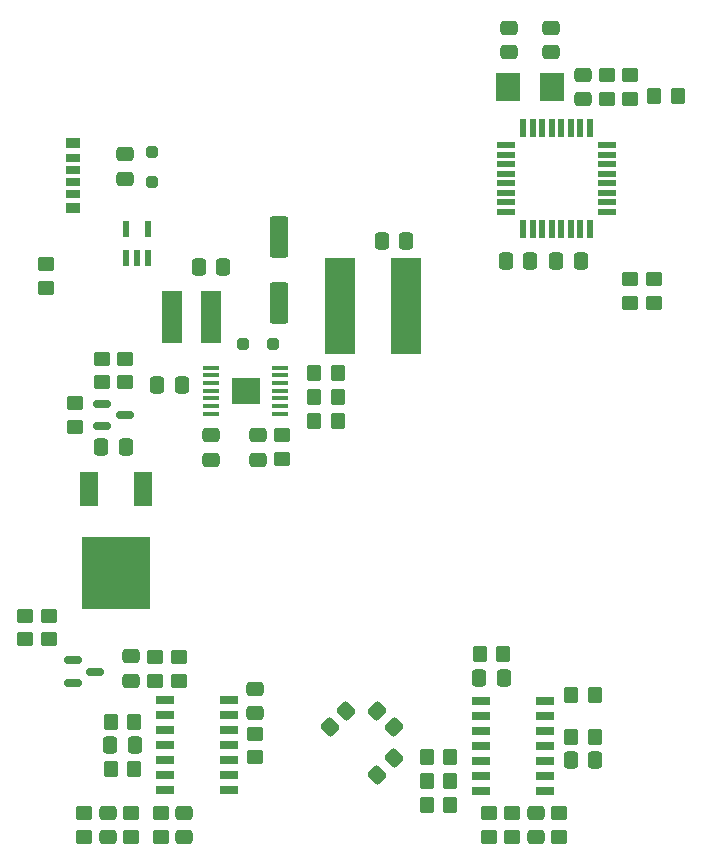
<source format=gtp>
%TF.GenerationSoftware,KiCad,Pcbnew,7.0.8*%
%TF.CreationDate,2024-05-03T09:25:26+02:00*%
%TF.ProjectId,SPROJ2 G3_1,5350524f-4a32-4204-9733-5f312e6b6963,rev?*%
%TF.SameCoordinates,Original*%
%TF.FileFunction,Paste,Top*%
%TF.FilePolarity,Positive*%
%FSLAX46Y46*%
G04 Gerber Fmt 4.6, Leading zero omitted, Abs format (unit mm)*
G04 Created by KiCad (PCBNEW 7.0.8) date 2024-05-03 09:25:26*
%MOMM*%
%LPD*%
G01*
G04 APERTURE LIST*
G04 Aperture macros list*
%AMRoundRect*
0 Rectangle with rounded corners*
0 $1 Rounding radius*
0 $2 $3 $4 $5 $6 $7 $8 $9 X,Y pos of 4 corners*
0 Add a 4 corners polygon primitive as box body*
4,1,4,$2,$3,$4,$5,$6,$7,$8,$9,$2,$3,0*
0 Add four circle primitives for the rounded corners*
1,1,$1+$1,$2,$3*
1,1,$1+$1,$4,$5*
1,1,$1+$1,$6,$7*
1,1,$1+$1,$8,$9*
0 Add four rect primitives between the rounded corners*
20,1,$1+$1,$2,$3,$4,$5,0*
20,1,$1+$1,$4,$5,$6,$7,0*
20,1,$1+$1,$6,$7,$8,$9,0*
20,1,$1+$1,$8,$9,$2,$3,0*%
G04 Aperture macros list end*
%ADD10RoundRect,0.250000X0.450000X-0.350000X0.450000X0.350000X-0.450000X0.350000X-0.450000X-0.350000X0*%
%ADD11RoundRect,0.250000X0.350000X0.450000X-0.350000X0.450000X-0.350000X-0.450000X0.350000X-0.450000X0*%
%ADD12R,1.528000X0.700000*%
%ADD13RoundRect,0.250000X-0.070711X0.565685X-0.565685X0.070711X0.070711X-0.565685X0.565685X-0.070711X0*%
%ADD14RoundRect,0.250000X-0.475000X0.337500X-0.475000X-0.337500X0.475000X-0.337500X0.475000X0.337500X0*%
%ADD15RoundRect,0.250000X0.475000X-0.337500X0.475000X0.337500X-0.475000X0.337500X-0.475000X-0.337500X0*%
%ADD16RoundRect,0.250000X0.337500X0.475000X-0.337500X0.475000X-0.337500X-0.475000X0.337500X-0.475000X0*%
%ADD17RoundRect,0.250000X-0.350000X-0.450000X0.350000X-0.450000X0.350000X0.450000X-0.350000X0.450000X0*%
%ADD18R,1.800000X4.500000*%
%ADD19RoundRect,0.250000X-0.337500X-0.475000X0.337500X-0.475000X0.337500X0.475000X-0.337500X0.475000X0*%
%ADD20RoundRect,0.150000X-0.587500X-0.150000X0.587500X-0.150000X0.587500X0.150000X-0.587500X0.150000X0*%
%ADD21RoundRect,0.250000X-0.250000X0.250000X-0.250000X-0.250000X0.250000X-0.250000X0.250000X0.250000X0*%
%ADD22RoundRect,0.250000X-0.450000X0.350000X-0.450000X-0.350000X0.450000X-0.350000X0.450000X0.350000X0*%
%ADD23R,0.600000X1.500000*%
%ADD24R,1.500000X0.600000*%
%ADD25R,2.600000X8.200000*%
%ADD26R,2.000000X2.400000*%
%ADD27R,1.600000X3.000000*%
%ADD28R,5.800000X6.200000*%
%ADD29R,0.600000X1.400000*%
%ADD30R,1.475000X0.450000*%
%ADD31R,2.460000X2.310000*%
%ADD32RoundRect,0.250000X0.250000X0.250000X-0.250000X0.250000X-0.250000X-0.250000X0.250000X-0.250000X0*%
%ADD33RoundRect,0.250000X-0.565685X-0.070711X-0.070711X-0.565685X0.565685X0.070711X0.070711X0.565685X0*%
%ADD34R,1.150000X0.700000*%
%ADD35R,1.150000X0.800000*%
%ADD36R,1.150000X0.900000*%
%ADD37RoundRect,0.250000X0.550000X-1.500000X0.550000X1.500000X-0.550000X1.500000X-0.550000X-1.500000X0*%
G04 APERTURE END LIST*
D10*
%TO.C,R22*%
X164750000Y-92500000D03*
X164750000Y-90500000D03*
%TD*%
D11*
%TO.C,R17*%
X140000000Y-98500000D03*
X138000000Y-98500000D03*
%TD*%
D12*
%TO.C,U2*%
X152078000Y-126250000D03*
X152078000Y-127520000D03*
X152078000Y-128790000D03*
X152078000Y-130060000D03*
X152078000Y-131330000D03*
X152078000Y-132600000D03*
X152078000Y-133870000D03*
X157500000Y-133870000D03*
X157500000Y-132600000D03*
X157500000Y-131330000D03*
X157500000Y-130060000D03*
X157500000Y-128790000D03*
X157500000Y-127520000D03*
X157500000Y-126250000D03*
%TD*%
D13*
%TO.C,R4*%
X144707107Y-131042893D03*
X143292893Y-132457107D03*
%TD*%
D14*
%TO.C,C20*%
X133000000Y-125212500D03*
X133000000Y-127287500D03*
%TD*%
D15*
%TO.C,C9*%
X133250000Y-105787500D03*
X133250000Y-103712500D03*
%TD*%
D10*
%TO.C,R14*%
X122000000Y-99250000D03*
X122000000Y-97250000D03*
%TD*%
D16*
%TO.C,C21*%
X154037500Y-124250000D03*
X151962500Y-124250000D03*
%TD*%
D17*
%TO.C,R5*%
X152000000Y-122250000D03*
X154000000Y-122250000D03*
%TD*%
D18*
%TO.C,L1*%
X129250000Y-93750000D03*
X125950000Y-93750000D03*
%TD*%
D10*
%TO.C,R29*%
X125000000Y-137750000D03*
X125000000Y-135750000D03*
%TD*%
D19*
%TO.C,C18*%
X119962500Y-104750000D03*
X122037500Y-104750000D03*
%TD*%
D20*
%TO.C,Q1*%
X120062500Y-101050000D03*
X120062500Y-102950000D03*
X121937500Y-102000000D03*
%TD*%
D19*
%TO.C,C7*%
X159712500Y-131250000D03*
X161787500Y-131250000D03*
%TD*%
D16*
%TO.C,C19*%
X126787500Y-99500000D03*
X124712500Y-99500000D03*
%TD*%
D21*
%TO.C,D2*%
X124250000Y-79750000D03*
X124250000Y-82250000D03*
%TD*%
D13*
%TO.C,R2*%
X140707107Y-127042893D03*
X139292893Y-128457107D03*
%TD*%
D10*
%TO.C,R31*%
X122500000Y-137750000D03*
X122500000Y-135750000D03*
%TD*%
D17*
%TO.C,R7*%
X147500000Y-131000000D03*
X149500000Y-131000000D03*
%TD*%
D15*
%TO.C,C2*%
X158000000Y-71287500D03*
X158000000Y-69212500D03*
%TD*%
D22*
%TO.C,R21*%
X120000000Y-97250000D03*
X120000000Y-99250000D03*
%TD*%
D23*
%TO.C,U1*%
X161300000Y-77750000D03*
X160500000Y-77750000D03*
X159700000Y-77750000D03*
X158900000Y-77750000D03*
X158100000Y-77750000D03*
X157300000Y-77750000D03*
X156500000Y-77750000D03*
X155700000Y-77750000D03*
D24*
X154250000Y-79200000D03*
X154250000Y-80000000D03*
X154250000Y-80800000D03*
X154250000Y-81600000D03*
X154250000Y-82400000D03*
X154250000Y-83200000D03*
X154250000Y-84000000D03*
X154250000Y-84800000D03*
D23*
X155700000Y-86250000D03*
X156500000Y-86250000D03*
X157300000Y-86250000D03*
X158100000Y-86250000D03*
X158900000Y-86250000D03*
X159700000Y-86250000D03*
X160500000Y-86250000D03*
X161300000Y-86250000D03*
D24*
X162750000Y-84800000D03*
X162750000Y-84000000D03*
X162750000Y-83200000D03*
X162750000Y-82400000D03*
X162750000Y-81600000D03*
X162750000Y-80800000D03*
X162750000Y-80000000D03*
X162750000Y-79200000D03*
%TD*%
D22*
%TO.C,R10*%
X152750000Y-135750000D03*
X152750000Y-137750000D03*
%TD*%
D20*
%TO.C,Q2*%
X117562500Y-122800000D03*
X117562500Y-124700000D03*
X119437500Y-123750000D03*
%TD*%
D15*
%TO.C,C15*%
X127000000Y-137787500D03*
X127000000Y-135712500D03*
%TD*%
D10*
%TO.C,R30*%
X118500000Y-137750000D03*
X118500000Y-135750000D03*
%TD*%
D16*
%TO.C,C5*%
X156287500Y-89000000D03*
X154212500Y-89000000D03*
%TD*%
D15*
%TO.C,C1*%
X154500000Y-71287500D03*
X154500000Y-69212500D03*
%TD*%
D17*
%TO.C,R15*%
X138000000Y-102500000D03*
X140000000Y-102500000D03*
%TD*%
D25*
%TO.C,L2*%
X140200000Y-92750000D03*
X145800000Y-92750000D03*
%TD*%
D19*
%TO.C,C12*%
X128212500Y-89500000D03*
X130287500Y-89500000D03*
%TD*%
D17*
%TO.C,R6*%
X147500000Y-133000000D03*
X149500000Y-133000000D03*
%TD*%
D26*
%TO.C,X1*%
X158100000Y-74250000D03*
X154400000Y-74250000D03*
%TD*%
D11*
%TO.C,R13*%
X161750000Y-129250000D03*
X159750000Y-129250000D03*
%TD*%
D15*
%TO.C,C3*%
X160750000Y-75287500D03*
X160750000Y-73212500D03*
%TD*%
D27*
%TO.C,U7*%
X123500000Y-108250000D03*
D28*
X121215000Y-115429000D03*
D27*
X118930000Y-108250000D03*
%TD*%
D22*
%TO.C,R32*%
X115500000Y-119000000D03*
X115500000Y-121000000D03*
%TD*%
D19*
%TO.C,C13*%
X120712500Y-130000000D03*
X122787500Y-130000000D03*
%TD*%
D29*
%TO.C,U5*%
X122050000Y-88750000D03*
X123000000Y-88750000D03*
X123950000Y-88750000D03*
X123950000Y-86250000D03*
X122050000Y-86250000D03*
%TD*%
D10*
%TO.C,R25*%
X164750000Y-75250000D03*
X164750000Y-73250000D03*
%TD*%
D17*
%TO.C,R26*%
X120750000Y-128000000D03*
X122750000Y-128000000D03*
%TD*%
D11*
%TO.C,R12*%
X161750000Y-125750000D03*
X159750000Y-125750000D03*
%TD*%
D10*
%TO.C,R35*%
X133000000Y-131000000D03*
X133000000Y-129000000D03*
%TD*%
D14*
%TO.C,C10*%
X129250000Y-103712500D03*
X129250000Y-105787500D03*
%TD*%
D10*
%TO.C,R11*%
X158750000Y-137750000D03*
X158750000Y-135750000D03*
%TD*%
%TO.C,R20*%
X115250000Y-91250000D03*
X115250000Y-89250000D03*
%TD*%
D11*
%TO.C,R1*%
X168750000Y-75000000D03*
X166750000Y-75000000D03*
%TD*%
D14*
%TO.C,C6*%
X156750000Y-135712500D03*
X156750000Y-137787500D03*
%TD*%
D15*
%TO.C,C11*%
X122000000Y-82037500D03*
X122000000Y-79962500D03*
%TD*%
D17*
%TO.C,R34*%
X120750000Y-132000000D03*
X122750000Y-132000000D03*
%TD*%
D22*
%TO.C,R28*%
X126500000Y-122500000D03*
X126500000Y-124500000D03*
%TD*%
D19*
%TO.C,C4*%
X158462500Y-89000000D03*
X160537500Y-89000000D03*
%TD*%
D30*
%TO.C,U3*%
X129250000Y-98000000D03*
X129250000Y-98650000D03*
X129250000Y-99300000D03*
X129250000Y-99950000D03*
X129250000Y-100600000D03*
X129250000Y-101250000D03*
X129250000Y-101900000D03*
X135126000Y-101900000D03*
X135126000Y-101250000D03*
X135126000Y-100600000D03*
X135126000Y-99950000D03*
X135126000Y-99300000D03*
X135126000Y-98650000D03*
X135126000Y-98000000D03*
D31*
X132188000Y-99950000D03*
%TD*%
D32*
%TO.C,D1*%
X134500000Y-96000000D03*
X132000000Y-96000000D03*
%TD*%
D22*
%TO.C,R24*%
X162750000Y-73250000D03*
X162750000Y-75250000D03*
%TD*%
D14*
%TO.C,C16*%
X120500000Y-135712500D03*
X120500000Y-137787500D03*
%TD*%
D10*
%TO.C,R18*%
X135250000Y-105750000D03*
X135250000Y-103750000D03*
%TD*%
D33*
%TO.C,R3*%
X143292893Y-127042893D03*
X144707107Y-128457107D03*
%TD*%
D10*
%TO.C,R19*%
X117750000Y-103000000D03*
X117750000Y-101000000D03*
%TD*%
%TO.C,R33*%
X113500000Y-121000000D03*
X113500000Y-119000000D03*
%TD*%
D16*
%TO.C,C8*%
X145787500Y-87250000D03*
X143712500Y-87250000D03*
%TD*%
D11*
%TO.C,R16*%
X140000000Y-100500000D03*
X138000000Y-100500000D03*
%TD*%
D22*
%TO.C,R27*%
X124500000Y-122500000D03*
X124500000Y-124500000D03*
%TD*%
D10*
%TO.C,R8*%
X154750000Y-137750000D03*
X154750000Y-135750000D03*
%TD*%
D15*
%TO.C,C14*%
X122500000Y-124537500D03*
X122500000Y-122462500D03*
%TD*%
D34*
%TO.C,J14*%
X117555000Y-81250000D03*
D35*
X117555000Y-83270000D03*
D36*
X117555000Y-84500000D03*
D34*
X117555000Y-82250000D03*
D35*
X117555000Y-80230000D03*
D36*
X117555000Y-79000000D03*
%TD*%
D22*
%TO.C,R23*%
X166750000Y-90500000D03*
X166750000Y-92500000D03*
%TD*%
D17*
%TO.C,R9*%
X147500000Y-135000000D03*
X149500000Y-135000000D03*
%TD*%
D12*
%TO.C,U4*%
X125328000Y-126190000D03*
X125328000Y-127460000D03*
X125328000Y-128730000D03*
X125328000Y-130000000D03*
X125328000Y-131270000D03*
X125328000Y-132540000D03*
X125328000Y-133810000D03*
X130750000Y-133810000D03*
X130750000Y-132540000D03*
X130750000Y-131270000D03*
X130750000Y-130000000D03*
X130750000Y-128730000D03*
X130750000Y-127460000D03*
X130750000Y-126190000D03*
%TD*%
D37*
%TO.C,C17*%
X135000000Y-92550000D03*
X135000000Y-86950000D03*
%TD*%
M02*

</source>
